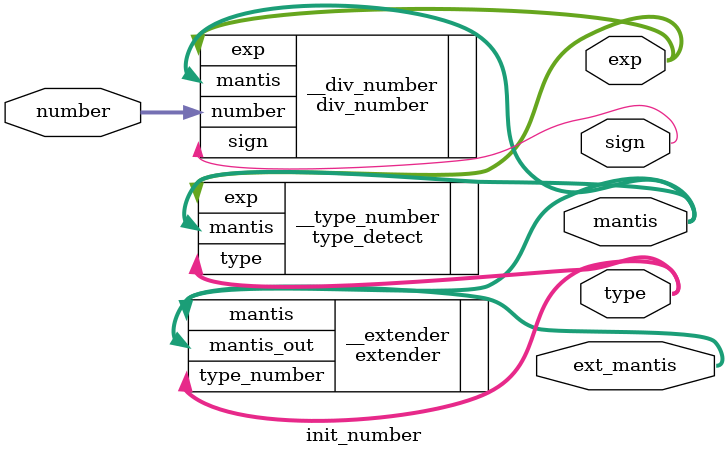
<source format=v>
module init_number (
    number,
    sign,
    exp,
    mantis,
    ext_mantis,
    type
);

input [31:0] number;
output sign;
output [7:0] exp;
output [22:0] mantis;
output [25:0] ext_mantis;
output [2:0] type;

div_number __div_number
(
    .number (number),
    .sign (sign),
    .exp (exp),
    .mantis (mantis)
);

type_detect __type_number
(
    .type (type),
    .exp (exp),
    .mantis (mantis)
);

extender __extender (
    .mantis (mantis),
    .type_number (type),
    .mantis_out (ext_mantis)
);


endmodule // init_number

</source>
